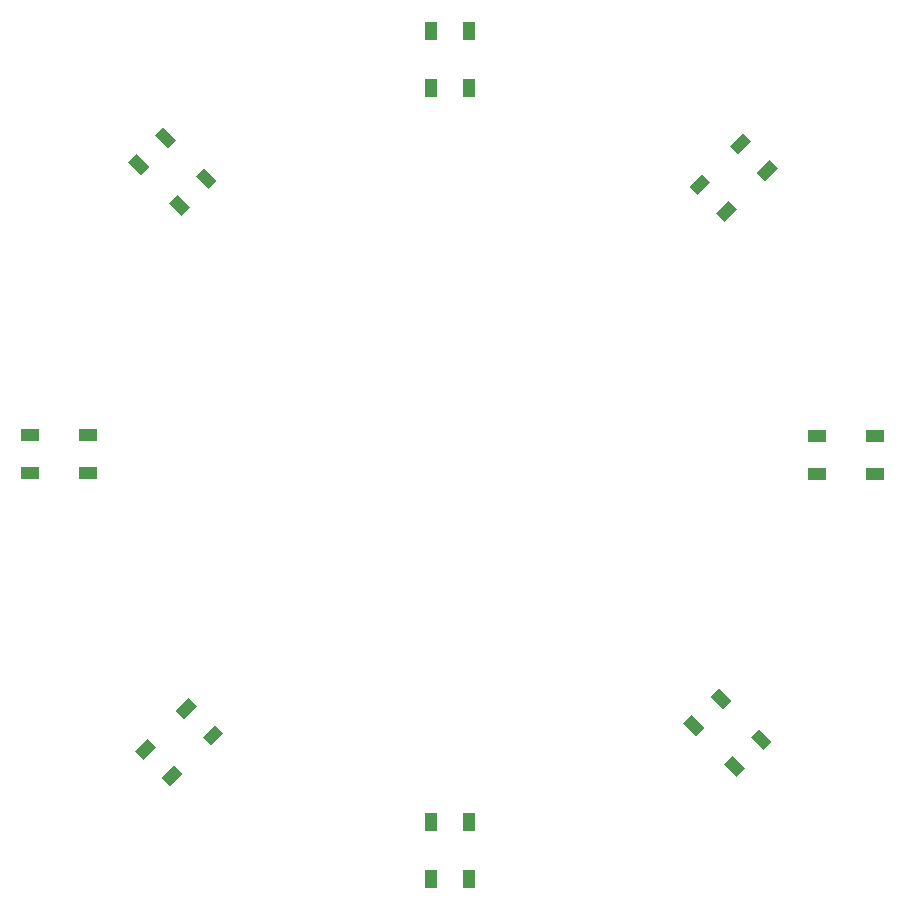
<source format=gtp>
G04 ---------------------------- Layer name :TOP PASTER LAYER*
G04 easyEDA 0.1*
G04 Scale: 100 percent, Rotated: No, Reflected: No *
G04 Dimensions in inches *
G04 leading zeros omitted , absolute positions ,2 integer and 4 * 
%FSLAX24Y24*%
%MOIN*%
G90*
G70D02*

%ADD12R,0.059100X0.039400*%
%ADD13R,0.039400X0.059100*%

%LPD*%
G36*
G01X25703Y26621D02*
G01X26121Y27039D01*
G01X26400Y26761D01*
G01X25982Y26343D01*
G01X25703Y26621D01*
G37*
G36*
G01X27061Y27979D02*
G01X27479Y28397D01*
G01X27758Y28118D01*
G01X27340Y27701D01*
G01X27061Y27979D01*
G37*
G36*
G01X27952Y27088D02*
G01X28370Y27506D01*
G01X28648Y27227D01*
G01X28231Y26809D01*
G01X27952Y27088D01*
G37*
G36*
G01X26594Y25730D02*
G01X27012Y26148D01*
G01X27291Y25870D01*
G01X26873Y25452D01*
G01X26594Y25730D01*
G37*
G54D12*
G01X29965Y18306D03*
G01X31885Y18306D03*
G01X31885Y17046D03*
G01X29965Y17046D03*
G36*
G01X26676Y9892D02*
G01X27094Y9475D01*
G01X26815Y9196D01*
G01X26397Y9614D01*
G01X26676Y9892D01*
G37*
G36*
G01X28034Y8535D02*
G01X28452Y8117D01*
G01X28173Y7838D01*
G01X27755Y8256D01*
G01X28034Y8535D01*
G37*
G36*
G01X27143Y7644D02*
G01X27561Y7226D01*
G01X27282Y6947D01*
G01X26864Y7365D01*
G01X27143Y7644D01*
G37*
G36*
G01X25785Y9001D02*
G01X26203Y8584D01*
G01X25924Y8305D01*
G01X25506Y8723D01*
G01X25785Y9001D01*
G37*
G54D13*
G01X18357Y5443D03*
G01X18357Y3523D03*
G01X17097Y3523D03*
G01X17097Y5443D03*
G36*
G01X10172Y8403D02*
G01X9754Y7985D01*
G01X9475Y8264D01*
G01X9893Y8682D01*
G01X10172Y8403D01*
G37*
G36*
G01X8814Y7045D02*
G01X8396Y6627D01*
G01X8118Y6906D01*
G01X8536Y7324D01*
G01X8814Y7045D01*
G37*
G36*
G01X7923Y7936D02*
G01X7505Y7518D01*
G01X7227Y7797D01*
G01X7645Y8215D01*
G01X7923Y7936D01*
G37*
G36*
G01X9281Y9294D02*
G01X8863Y8876D01*
G01X8584Y9155D01*
G01X9002Y9573D01*
G01X9281Y9294D01*
G37*
G54D12*
G01X5660Y17069D03*
G01X3739Y17069D03*
G01X3739Y18330D03*
G01X5660Y18330D03*
G36*
G01X8778Y25649D02*
G01X8360Y26067D01*
G01X8639Y26346D01*
G01X9057Y25928D01*
G01X8778Y25649D01*
G37*
G36*
G01X7421Y27007D02*
G01X7003Y27425D01*
G01X7281Y27703D01*
G01X7699Y27285D01*
G01X7421Y27007D01*
G37*
G36*
G01X8311Y27898D02*
G01X7894Y28315D01*
G01X8172Y28594D01*
G01X8590Y28176D01*
G01X8311Y27898D01*
G37*
G36*
G01X9669Y26540D02*
G01X9251Y26958D01*
G01X9530Y27236D01*
G01X9948Y26819D01*
G01X9669Y26540D01*
G37*
G54D13*
G01X17097Y29901D03*
G01X17097Y31821D03*
G01X18357Y31821D03*
G01X18357Y29901D03*

M00*
M02*
</source>
